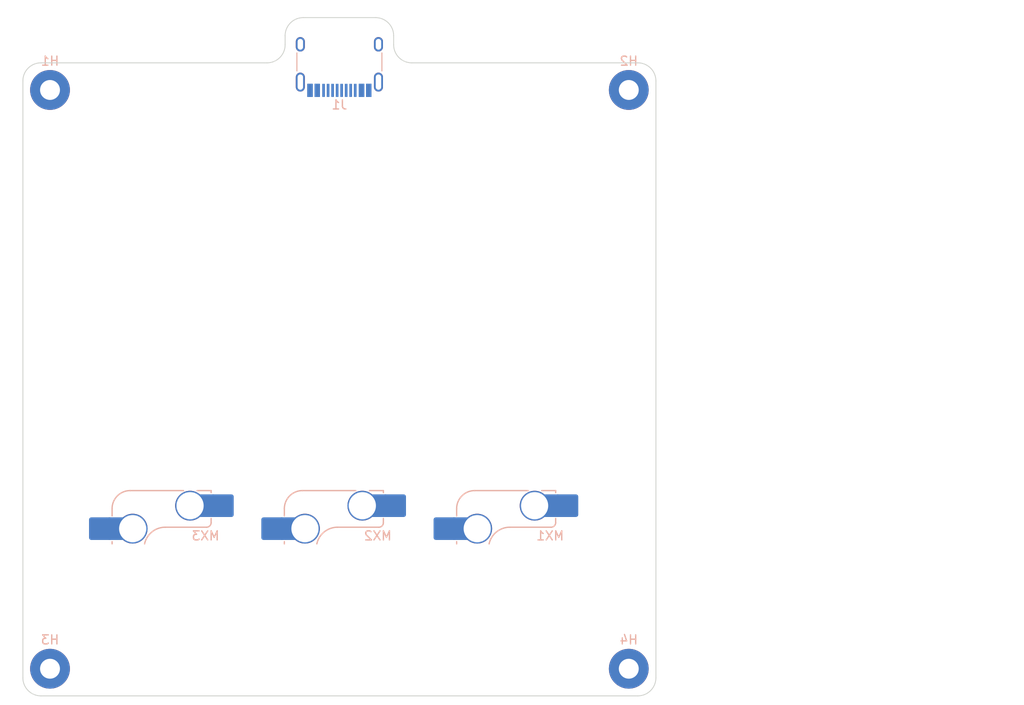
<source format=kicad_pcb>
(kicad_pcb (version 20221018) (generator pcbnew)
  (title_block (title "Minimal PCB") (date "2023-11-11") (rev "1") (comment 1 "70x70mm PCB for case design"))
  (layers (0 "F.Cu" signal) (31 "B.Cu" signal) (34 "B.Paste" user) (35 "F.Paste" user) (36 "B.SilkS" user "B.Silkscreen") (37 "F.SilkS" user "F.Silkscreen") (38 "B.Mask" user) (39 "F.Mask" user) (44 "Edge.Cuts" user))
  (net 0 "")
  (net 7 "Net-(J1-GND-PadA1)")
  (net 8 "Net-(J1-VBUS-PadA4)")
  (footprint "PCM_marbastlib-mx:SW_MX_HS_1u" (layer "B.Cu") (at 38.099984 75.811647 180)
    (fp_text reference "MX3" (at -4.25 1.75) (layer "B.SilkS") (effects (justify mirror)))
    (fp_text value "MX_SW_HS")
    (fp_line (start -4.864824 3.67022) (end -4.864824 3.20022) (stroke (width 0.15)) (layer "B.SilkS"))
    (fp_line (start -4.864824 6.75022) (end -4.864824 6.52022) (stroke (width 0.15)) (layer "B.SilkS"))
    (fp_line (start -4.364824 2.70022) (end 0.2 2.70022) (stroke (width 0.15)) (layer "B.SilkS"))
    (fp_line (start -3.314824 6.75022) (end -4.864824 6.75022) (stroke (width 0.15)) (layer "B.SilkS"))
    (fp_line (start 4.085176 6.75022) (end -1.814824 6.75022) (stroke (width 0.15)) (layer "B.SilkS"))
    (fp_line (start 6.085176 1.10022) (end 6.085176 0.86022) (stroke (width 0.15)) (layer "B.SilkS"))
    (fp_line (start 6.085176 3.95022) (end 6.085176 4.75022) (stroke (width 0.15)) (layer "B.SilkS"))
    (fp_arc (start -4.864824 3.20022) (mid -4.718377 2.846667) (end -4.364824 2.70022) (stroke (width 0.15)) (layer "B.SilkS"))
    (fp_arc (start 2.494322 0.86022) (mid 1.670693 2.183637) (end 0.2 2.70022) (stroke (width 0.15)) (layer "B.SilkS"))
    (fp_arc (start 6.085176 4.75022) (mid 5.499389 6.164432) (end 4.085176 6.75022) (stroke (width 0.15)) (layer "B.SilkS"))
    (pad "" np_thru_hole circle (at -5.08 0 180) (size 1.75 1.75) (drill 1.75) (layers "*.Cu" "*.Mask"))
    (pad "" np_thru_hole circle (at 0 0 180) (size 3.9878 3.9878) (drill 3.9878) (layers "*.Cu" "*.Mask"))
    (pad "" np_thru_hole circle (at 5.08 0 180) (size 1.75 1.75) (drill 1.75) (layers "*.Cu" "*.Mask"))
    (pad "1" thru_hole circle (at 3.81 2.54 180) (size 3.3 3.3) (drill 3) (layers "*.Cu" "*.Mask"))
    (pad "1" smd rect (at 5.635 2.54) (size 1.65 2.5) (layers "B.Cu"))
    (pad "1" smd roundrect (at 7.36 2.54 180) (size 2.55 2.5) (layers "B.Cu" "B.Paste" "B.Mask") (roundrect_rratio 0.1))
    (pad "2" smd roundrect (at -6.09 5.08 180) (size 2.55 2.5) (layers "B.Cu" "B.Paste" "B.Mask") (roundrect_rratio 0.1))
    (pad "2" smd rect (at -4.34 5.08 180) (size 1.65 2.5) (layers "B.Cu"))
    (pad "2" thru_hole circle (at -2.54 5.08 180) (size 3.3 3.3) (drill 3) (layers "*.Cu" "*.Mask"))
  )
  (footprint "PCM_marbastlib-mx:SW_MX_HS_1u" (layer "B.Cu") (at 57.15 75.811647 180)
    (fp_text reference "MX2" (at -4.25 1.75) (layer "B.SilkS") (effects (justify mirror)))
    (fp_text value "MX_SW_HS")
    (fp_line (start -4.864824 3.67022) (end -4.864824 3.20022) (stroke (width 0.15)) (layer "B.SilkS"))
    (fp_line (start -4.864824 6.75022) (end -4.864824 6.52022) (stroke (width 0.15)) (layer "B.SilkS"))
    (fp_line (start -4.364824 2.70022) (end 0.2 2.70022) (stroke (width 0.15)) (layer "B.SilkS"))
    (fp_line (start -3.314824 6.75022) (end -4.864824 6.75022) (stroke (width 0.15)) (layer "B.SilkS"))
    (fp_line (start 4.085176 6.75022) (end -1.814824 6.75022) (stroke (width 0.15)) (layer "B.SilkS"))
    (fp_line (start 6.085176 1.10022) (end 6.085176 0.86022) (stroke (width 0.15)) (layer "B.SilkS"))
    (fp_line (start 6.085176 3.95022) (end 6.085176 4.75022) (stroke (width 0.15)) (layer "B.SilkS"))
    (fp_arc (start -4.864824 3.20022) (mid -4.718377 2.846667) (end -4.364824 2.70022) (stroke (width 0.15)) (layer "B.SilkS"))
    (fp_arc (start 2.494322 0.86022) (mid 1.670693 2.183637) (end 0.2 2.70022) (stroke (width 0.15)) (layer "B.SilkS"))
    (fp_arc (start 6.085176 4.75022) (mid 5.499389 6.164432) (end 4.085176 6.75022) (stroke (width 0.15)) (layer "B.SilkS"))
    (pad "" np_thru_hole circle (at -5.08 0 180) (size 1.75 1.75) (drill 1.75) (layers "*.Cu" "*.Mask"))
    (pad "" np_thru_hole circle (at 0 0 180) (size 3.9878 3.9878) (drill 3.9878) (layers "*.Cu" "*.Mask"))
    (pad "" np_thru_hole circle (at 5.08 0 180) (size 1.75 1.75) (drill 1.75) (layers "*.Cu" "*.Mask"))
    (pad "1" thru_hole circle (at 3.81 2.54 180) (size 3.3 3.3) (drill 3) (layers "*.Cu" "*.Mask"))
    (pad "1" smd rect (at 5.635 2.54) (size 1.65 2.5) (layers "B.Cu"))
    (pad "1" smd roundrect (at 7.36 2.54 180) (size 2.55 2.5) (layers "B.Cu" "B.Paste" "B.Mask") (roundrect_rratio 0.1))
    (pad "2" smd roundrect (at -6.09 5.08 180) (size 2.55 2.5) (layers "B.Cu" "B.Paste" "B.Mask") (roundrect_rratio 0.1))
    (pad "2" smd rect (at -4.34 5.08 180) (size 1.65 2.5) (layers "B.Cu"))
    (pad "2" thru_hole circle (at -2.54 5.08 180) (size 3.3 3.3) (drill 3) (layers "*.Cu" "*.Mask"))
  )
  (footprint "PCM_marbastlib-mx:SW_MX_HS_1u" (layer "B.Cu") (at 76.200016 75.811647 180)
    (fp_text reference "MX1" (at -4.25 1.75) (layer "B.SilkS") (effects (justify mirror)))
    (fp_text value "MX_SW_HS")
    (fp_line (start -4.864824 3.67022) (end -4.864824 3.20022) (stroke (width 0.15)) (layer "B.SilkS"))
    (fp_line (start -4.864824 6.75022) (end -4.864824 6.52022) (stroke (width 0.15)) (layer "B.SilkS"))
    (fp_line (start -4.364824 2.70022) (end 0.2 2.70022) (stroke (width 0.15)) (layer "B.SilkS"))
    (fp_line (start -3.314824 6.75022) (end -4.864824 6.75022) (stroke (width 0.15)) (layer "B.SilkS"))
    (fp_line (start 4.085176 6.75022) (end -1.814824 6.75022) (stroke (width 0.15)) (layer "B.SilkS"))
    (fp_line (start 6.085176 1.10022) (end 6.085176 0.86022) (stroke (width 0.15)) (layer "B.SilkS"))
    (fp_line (start 6.085176 3.95022) (end 6.085176 4.75022) (stroke (width 0.15)) (layer "B.SilkS"))
    (fp_arc (start -4.864824 3.20022) (mid -4.718377 2.846667) (end -4.364824 2.70022) (stroke (width 0.15)) (layer "B.SilkS"))
    (fp_arc (start 2.494322 0.86022) (mid 1.670693 2.183637) (end 0.2 2.70022) (stroke (width 0.15)) (layer "B.SilkS"))
    (fp_arc (start 6.085176 4.75022) (mid 5.499389 6.164432) (end 4.085176 6.75022) (stroke (width 0.15)) (layer "B.SilkS"))
    (pad "" np_thru_hole circle (at -5.08 0 180) (size 1.75 1.75) (drill 1.75) (layers "*.Cu" "*.Mask"))
    (pad "" np_thru_hole circle (at 0 0 180) (size 3.9878 3.9878) (drill 3.9878) (layers "*.Cu" "*.Mask"))
    (pad "" np_thru_hole circle (at 5.08 0 180) (size 1.75 1.75) (drill 1.75) (layers "*.Cu" "*.Mask"))
    (pad "1" thru_hole circle (at 3.81 2.54 180) (size 3.3 3.3) (drill 3) (layers "*.Cu" "*.Mask"))
    (pad "1" smd rect (at 5.635 2.54) (size 1.65 2.5) (layers "B.Cu"))
    (pad "1" smd roundrect (at 7.36 2.54 180) (size 2.55 2.5) (layers "B.Cu" "B.Paste" "B.Mask") (roundrect_rratio 0.1))
    (pad "2" smd roundrect (at -6.09 5.08 180) (size 2.55 2.5) (layers "B.Cu" "B.Paste" "B.Mask") (roundrect_rratio 0.1))
    (pad "2" smd rect (at -4.34 5.08 180) (size 1.65 2.5) (layers "B.Cu"))
    (pad "2" thru_hole circle (at -2.54 5.08 180) (size 3.3 3.3) (drill 3) (layers "*.Cu" "*.Mask"))
  )
  (footprint "MountingHole:MountingHole_2.2mm_M2_Pad" (layer "B.Cu") (at 89.15 24.761647 180)
    (fp_text reference "H2" (at 0 3.2) (layer "B.SilkS") (effects (justify mirror)))
    (fp_text value "Mounting Hole")
    (pad "1" thru_hole circle (at 0 0 180) (size 4.4 4.4) (drill 2.2) (layers "*.Cu" "*.Mask"))
  )
  (footprint "MountingHole:MountingHole_2.2mm_M2_Pad" (layer "B.Cu") (at 89.15 88.761647 180)
    (fp_text reference "H4" (at 0 3.2) (layer "B.SilkS") (effects (justify mirror)))
    (fp_text value "Mounting Hole")
    (pad "1" thru_hole circle (at 0 0 180) (size 4.4 4.4) (drill 2.2) (layers "*.Cu" "*.Mask"))
  )
  (footprint "MountingHole:MountingHole_2.2mm_M2_Pad" (layer "B.Cu") (at 25.15 88.761647 180)
    (fp_text reference "H3" (at 0 3.2) (layer "B.SilkS") (effects (justify mirror)))
    (fp_text value "Mounting Hole")
    (pad "1" thru_hole circle (at 0 0 180) (size 4.4 4.4) (drill 2.2) (layers "*.Cu" "*.Mask"))
  )
  (footprint "MountingHole:MountingHole_2.2mm_M2_Pad" (layer "B.Cu") (at 25.15 24.761647 180)
    (fp_text reference "H1" (at 0 3.2) (layer "B.SilkS") (effects (justify mirror)))
    (fp_text value "Mounting Hole")
    (pad "1" thru_hole circle (at 0 0 180) (size 4.4 4.4) (drill 2.2) (layers "*.Cu" "*.Mask"))
  )
  (footprint "PCM_marbastlib-various:USB_C_Receptacle_HRO_TYPE-C-31-M-12" (layer "B.Cu") (at 57.15 20.761647)
    (fp_text reference "J1" (at 0 5.645 180) (layer "B.SilkS") (effects (justify mirror)))
    (fp_text value "USB_C_Receptacle_USB2.0")
    (fp_line (start -4.7 1.9) (end -4.7 -0.1) (stroke (width 0.12)) (layer "B.SilkS"))
    (fp_line (start 4.7 1.9) (end 4.7 -0.1) (stroke (width 0.12)) (layer "B.SilkS"))
    (pad "" np_thru_hole circle (at -2.89 2.6) (size 0.65 0.65) (drill 0.65) (layers "*.Cu" "*.Mask"))
    (pad "" np_thru_hole circle (at 2.89 2.6) (size 0.65 0.65) (drill 0.65) (layers "*.Cu" "*.Mask"))
    (pad "A1" smd rect (at -3.25 4.045) (size 0.6 1.45) (layers "B.Cu" "B.Paste" "B.Mask") (net 7 "Net-(J1-GND-PadA1)"))
    (pad "A4" smd rect (at -2.45 4.045) (size 0.6 1.45) (layers "B.Cu" "B.Paste" "B.Mask") (net 8 "Net-(J1-VBUS-PadA4)"))
    (pad "A5" smd rect (at -1.25 4.045) (size 0.3 1.45) (layers "B.Cu" "B.Paste" "B.Mask"))
    (pad "A6" smd rect (at -0.25 4.045) (size 0.3 1.45) (layers "B.Cu" "B.Paste" "B.Mask"))
    (pad "A7" smd rect (at 0.25 4.045) (size 0.3 1.45) (layers "B.Cu" "B.Paste" "B.Mask"))
    (pad "A8" smd rect (at 1.25 4.045) (size 0.3 1.45) (layers "B.Cu" "B.Paste" "B.Mask"))
    (pad "A9" smd rect (at 2.45 4.045) (size 0.6 1.45) (layers "B.Cu" "B.Paste" "B.Mask") (net 8 "Net-(J1-VBUS-PadA4)"))
    (pad "A12" smd rect (at 3.25 4.045) (size 0.6 1.45) (layers "B.Cu" "B.Paste" "B.Mask") (net 7 "Net-(J1-GND-PadA1)"))
    (pad "B1" smd rect (at 3.25 4.045) (size 0.6 1.45) (layers "B.Cu" "B.Paste" "B.Mask") (net 7 "Net-(J1-GND-PadA1)"))
    (pad "B4" smd rect (at 2.45 4.045) (size 0.6 1.45) (layers "B.Cu" "B.Paste" "B.Mask") (net 8 "Net-(J1-VBUS-PadA4)"))
    (pad "B5" smd rect (at 1.75 4.045) (size 0.3 1.45) (layers "B.Cu" "B.Paste" "B.Mask"))
    (pad "B6" smd rect (at 0.75 4.045) (size 0.3 1.45) (layers "B.Cu" "B.Paste" "B.Mask"))
    (pad "B7" smd rect (at -0.75 4.045) (size 0.3 1.45) (layers "B.Cu" "B.Paste" "B.Mask"))
    (pad "B8" smd rect (at -1.75 4.045) (size 0.3 1.45) (layers "B.Cu" "B.Paste" "B.Mask"))
    (pad "B9" smd rect (at -2.45 4.045) (size 0.6 1.45) (layers "B.Cu" "B.Paste" "B.Mask") (net 8 "Net-(J1-VBUS-PadA4)"))
    (pad "B12" smd rect (at -3.25 4.045) (size 0.6 1.45) (layers "B.Cu" "B.Paste" "B.Mask") (net 7 "Net-(J1-GND-PadA1)"))
    (pad "S1" thru_hole oval (at -4.32 -1.05) (size 1 1.6) (drill oval 0.6 1.2) (layers "*.Cu" "*.Mask"))
    (pad "S1" thru_hole oval (at -4.32 3.13) (size 1 2.1) (drill oval 0.6 1.7) (layers "*.Cu" "*.Mask"))
    (pad "S1" thru_hole oval (at 4.32 -1.05) (size 1 1.6) (drill oval 0.6 1.2) (layers "*.Cu" "*.Mask"))
    (pad "S1" thru_hole oval (at 4.32 3.13) (size 1 2.1) (drill oval 0.6 1.7) (layers "*.Cu" "*.Mask"))
  )
  (gr_line (start 24.15 21.761647) (end 49.15 21.761647) (stroke (width 0.1)) (layer "Edge.Cuts"))
  (gr_arc (start 92.15 89.761647) (mid 91.564197 91.17583) (end 90.15 91.761647) (stroke (width 0.1)) (layer "Edge.Cuts"))
  (gr_line (start 65.15 21.761647) (end 90.15 21.761647) (stroke (width 0.1)) (layer "Edge.Cuts"))
  (gr_line (start 63.15 18.761647) (end 63.15 19.761647) (stroke (width 0.1)) (layer "Edge.Cuts"))
  (gr_arc (start 51.15 19.761647) (mid 50.564197 21.17583) (end 49.15 21.761647) (stroke (width 0.1)) (layer "Edge.Cuts"))
  (gr_arc (start 22.15 23.761647) (mid 22.73577 22.347403) (end 24.15 21.761647) (stroke (width 0.1)) (layer "Edge.Cuts"))
  (gr_line (start 90.15 91.761647) (end 24.15 91.761647) (stroke (width 0.1)) (layer "Edge.Cuts"))
  (gr_arc (start 51.15 18.761647) (mid 51.73577 17.347403) (end 53.15 16.761647) (stroke (width 0.1)) (layer "Edge.Cuts"))
  (gr_arc (start 61.15 16.761647) (mid 62.564214 17.347433) (end 63.15 18.761647) (stroke (width 0.1)) (layer "Edge.Cuts"))
  (gr_line (start 22.15 89.761647) (end 22.15 23.761647) (stroke (width 0.1)) (layer "Edge.Cuts"))
  (gr_arc (start 24.15 91.761647) (mid 22.735786 91.175861) (end 22.15 89.761647) (stroke (width 0.1)) (layer "Edge.Cuts"))
  (gr_line (start 92.15 23.761647) (end 92.15 89.761647) (stroke (width 0.1)) (layer "Edge.Cuts"))
  (gr_line (start 53.15 16.761647) (end 61.15 16.761647) (stroke (width 0.1)) (layer "Edge.Cuts"))
  (gr_arc (start 65.15 21.761647) (mid 63.735786 21.175861) (end 63.15 19.761647) (stroke (width 0.1)) (layer "Edge.Cuts"))
  (gr_line (start 51.15 19.761647) (end 51.15 18.761647) (stroke (width 0.1)) (layer "Edge.Cuts"))
  (gr_arc (start 90.15 21.761647) (mid 91.564214 22.347433) (end 92.15 23.761647) (stroke (width 0.1)) (layer "Edge.Cuts"))
)
</source>
